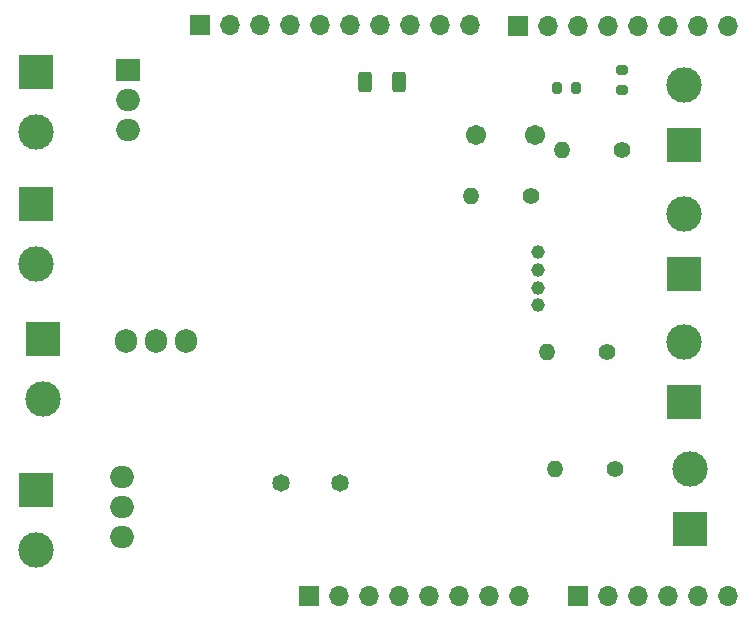
<source format=gts>
%TF.GenerationSoftware,KiCad,Pcbnew,(6.0.2)*%
%TF.CreationDate,2024-03-29T16:16:56-05:00*%
%TF.ProjectId,Security_Mat,53656375-7269-4747-995f-4d61742e6b69,rev?*%
%TF.SameCoordinates,Original*%
%TF.FileFunction,Soldermask,Top*%
%TF.FilePolarity,Negative*%
%FSLAX46Y46*%
G04 Gerber Fmt 4.6, Leading zero omitted, Abs format (unit mm)*
G04 Created by KiCad (PCBNEW (6.0.2)) date 2024-03-29 16:16:56*
%MOMM*%
%LPD*%
G01*
G04 APERTURE LIST*
G04 Aperture macros list*
%AMRoundRect*
0 Rectangle with rounded corners*
0 $1 Rounding radius*
0 $2 $3 $4 $5 $6 $7 $8 $9 X,Y pos of 4 corners*
0 Add a 4 corners polygon primitive as box body*
4,1,4,$2,$3,$4,$5,$6,$7,$8,$9,$2,$3,0*
0 Add four circle primitives for the rounded corners*
1,1,$1+$1,$2,$3*
1,1,$1+$1,$4,$5*
1,1,$1+$1,$6,$7*
1,1,$1+$1,$8,$9*
0 Add four rect primitives between the rounded corners*
20,1,$1+$1,$2,$3,$4,$5,0*
20,1,$1+$1,$4,$5,$6,$7,0*
20,1,$1+$1,$6,$7,$8,$9,0*
20,1,$1+$1,$8,$9,$2,$3,0*%
G04 Aperture macros list end*
%ADD10C,1.170000*%
%ADD11O,2.000000X1.905000*%
%ADD12O,1.905000X2.000000*%
%ADD13C,1.400000*%
%ADD14O,1.400000X1.400000*%
%ADD15RoundRect,0.200000X-0.275000X0.200000X-0.275000X-0.200000X0.275000X-0.200000X0.275000X0.200000X0*%
%ADD16R,3.000000X3.000000*%
%ADD17C,3.000000*%
%ADD18R,1.700000X1.700000*%
%ADD19O,1.700000X1.700000*%
%ADD20RoundRect,0.250000X0.312500X0.625000X-0.312500X0.625000X-0.312500X-0.625000X0.312500X-0.625000X0*%
%ADD21C,1.712000*%
%ADD22R,2.000000X1.905000*%
%ADD23RoundRect,0.200000X-0.200000X-0.275000X0.200000X-0.275000X0.200000X0.275000X-0.200000X0.275000X0*%
%ADD24C,1.484000*%
G04 APERTURE END LIST*
D10*
%TO.C,U1*%
X155644000Y-81570000D03*
X155644000Y-83070000D03*
X155644000Y-84570000D03*
X155644000Y-86070000D03*
%TD*%
D11*
%TO.C,Q2*%
X120467000Y-100584000D03*
X120467000Y-103124000D03*
X120467000Y-105664000D03*
%TD*%
D12*
%TO.C,Q1*%
X125857000Y-89083000D03*
X123317000Y-89083000D03*
X120777000Y-89083000D03*
%TD*%
D13*
%TO.C,R6*%
X155067000Y-76835000D03*
D14*
X149987000Y-76835000D03*
%TD*%
D13*
%TO.C,R5*%
X162179000Y-99949000D03*
D14*
X157099000Y-99949000D03*
%TD*%
D13*
%TO.C,R4*%
X161544000Y-90043000D03*
D14*
X156464000Y-90043000D03*
%TD*%
D13*
%TO.C,R3*%
X162814000Y-72898000D03*
D14*
X157734000Y-72898000D03*
%TD*%
D15*
%TO.C,R2*%
X162814000Y-66167000D03*
X162814000Y-67817000D03*
%TD*%
D16*
%TO.C,J9*%
X113157000Y-101727000D03*
D17*
X113157000Y-106807000D03*
%TD*%
D18*
%TO.C,J8*%
X153990000Y-62390000D03*
D19*
X156530000Y-62390000D03*
X159070000Y-62390000D03*
X161610000Y-62390000D03*
X164150000Y-62390000D03*
X166690000Y-62390000D03*
X169230000Y-62390000D03*
X171770000Y-62390000D03*
%TD*%
D20*
%TO.C,R7*%
X143956500Y-67183000D03*
X141031500Y-67183000D03*
%TD*%
D16*
%TO.C,J2*%
X168021000Y-83439000D03*
D17*
X168021000Y-78359000D03*
%TD*%
D16*
%TO.C,J3*%
X168021000Y-94234000D03*
D17*
X168021000Y-89154000D03*
%TD*%
D19*
%TO.C,J7*%
X149960000Y-62350000D03*
X147420000Y-62350000D03*
X144880000Y-62350000D03*
X142340000Y-62350000D03*
X139800000Y-62350000D03*
X137260000Y-62350000D03*
X134720000Y-62350000D03*
X132180000Y-62350000D03*
X129640000Y-62350000D03*
D18*
X127100000Y-62350000D03*
%TD*%
%TO.C,J5*%
X136300000Y-110700000D03*
D19*
X138840000Y-110700000D03*
X141380000Y-110700000D03*
X143920000Y-110700000D03*
X146460000Y-110700000D03*
X149000000Y-110700000D03*
X151540000Y-110700000D03*
X154080000Y-110700000D03*
%TD*%
D21*
%TO.C,SW1*%
X150408000Y-71628000D03*
X155408000Y-71628000D03*
%TD*%
D22*
%TO.C,Q3*%
X120975000Y-66167000D03*
D11*
X120975000Y-68707000D03*
X120975000Y-71247000D03*
%TD*%
D18*
%TO.C,J6*%
X159070000Y-110650000D03*
D19*
X161610000Y-110650000D03*
X164150000Y-110650000D03*
X166690000Y-110650000D03*
X169230000Y-110650000D03*
X171770000Y-110650000D03*
%TD*%
D16*
%TO.C,J1*%
X168021000Y-72517000D03*
D17*
X168021000Y-67437000D03*
%TD*%
D23*
%TO.C,R1*%
X157290000Y-67691000D03*
X158940000Y-67691000D03*
%TD*%
D16*
%TO.C,J10*%
X113157000Y-66294000D03*
D17*
X113157000Y-71374000D03*
%TD*%
D24*
%TO.C,LS1*%
X138898000Y-101092000D03*
X133898000Y-101092000D03*
%TD*%
D16*
%TO.C,J11*%
X113157000Y-77470000D03*
D17*
X113157000Y-82550000D03*
%TD*%
D16*
%TO.C,J4*%
X168529000Y-105029000D03*
D17*
X168529000Y-99949000D03*
%TD*%
D16*
%TO.C,J12*%
X113792000Y-88900000D03*
D17*
X113792000Y-93980000D03*
%TD*%
M02*

</source>
